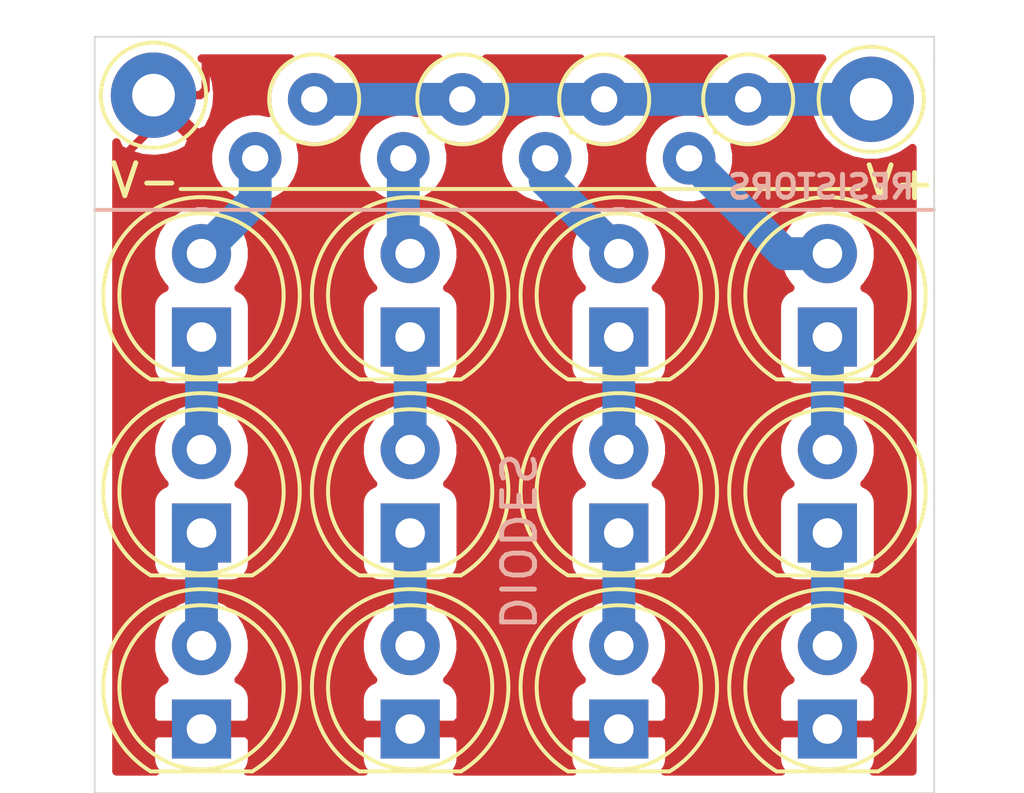
<source format=kicad_pcb>
(kicad_pcb (version 20171130) (host pcbnew "(5.1.6)-1")

  (general
    (thickness 1.6)
    (drawings 12)
    (tracks 24)
    (zones 0)
    (modules 18)
    (nets 15)
  )

  (page A4)
  (layers
    (0 F.Cu signal)
    (31 B.Cu signal)
    (32 B.Adhes user)
    (33 F.Adhes user)
    (34 B.Paste user)
    (35 F.Paste user)
    (36 B.SilkS user)
    (37 F.SilkS user)
    (38 B.Mask user)
    (39 F.Mask user)
    (40 Dwgs.User user)
    (41 Cmts.User user)
    (42 Eco1.User user)
    (43 Eco2.User user)
    (44 Edge.Cuts user)
    (45 Margin user)
    (46 B.CrtYd user)
    (47 F.CrtYd user)
    (48 B.Fab user)
    (49 F.Fab user)
  )

  (setup
    (last_trace_width 0.25)
    (trace_clearance 0.2)
    (zone_clearance 0.508)
    (zone_45_only no)
    (trace_min 0.2)
    (via_size 0.8)
    (via_drill 0.4)
    (via_min_size 0.4)
    (via_min_drill 0.3)
    (uvia_size 0.3)
    (uvia_drill 0.1)
    (uvias_allowed no)
    (uvia_min_size 0.2)
    (uvia_min_drill 0.1)
    (edge_width 0.05)
    (segment_width 0.2)
    (pcb_text_width 0.3)
    (pcb_text_size 1.5 1.5)
    (mod_edge_width 0.12)
    (mod_text_size 1 1)
    (mod_text_width 0.15)
    (pad_size 1.6 1.6)
    (pad_drill 0.8)
    (pad_to_mask_clearance 0.05)
    (aux_axis_origin 0 0)
    (visible_elements FFFFFF7F)
    (pcbplotparams
      (layerselection 0x010f0_ffffffff)
      (usegerberextensions false)
      (usegerberattributes false)
      (usegerberadvancedattributes false)
      (creategerberjobfile false)
      (excludeedgelayer true)
      (linewidth 0.100000)
      (plotframeref false)
      (viasonmask false)
      (mode 1)
      (useauxorigin false)
      (hpglpennumber 1)
      (hpglpenspeed 20)
      (hpglpendiameter 15.000000)
      (psnegative false)
      (psa4output false)
      (plotreference true)
      (plotvalue false)
      (plotinvisibletext false)
      (padsonsilk false)
      (subtractmaskfromsilk false)
      (outputformat 1)
      (mirror false)
      (drillshape 0)
      (scaleselection 1)
      (outputdirectory "gerber/"))
  )

  (net 0 "")
  (net 1 "Net-(D101-Pad2)")
  (net 2 "Net-(D101-Pad1)")
  (net 3 "Net-(D102-Pad1)")
  (net 4 "Net-(D104-Pad2)")
  (net 5 "Net-(D104-Pad1)")
  (net 6 "Net-(D105-Pad1)")
  (net 7 "Net-(D107-Pad2)")
  (net 8 "Net-(D107-Pad1)")
  (net 9 "Net-(D108-Pad1)")
  (net 10 "Net-(D110-Pad2)")
  (net 11 "Net-(D110-Pad1)")
  (net 12 "Net-(D111-Pad1)")
  (net 13 /V-)
  (net 14 /V+)

  (net_class Default "This is the default net class."
    (clearance 0.2)
    (trace_width 0.25)
    (via_dia 0.8)
    (via_drill 0.4)
    (uvia_dia 0.3)
    (uvia_drill 0.1)
    (add_net /V+)
    (add_net /V-)
    (add_net "Net-(D101-Pad1)")
    (add_net "Net-(D101-Pad2)")
    (add_net "Net-(D102-Pad1)")
    (add_net "Net-(D104-Pad1)")
    (add_net "Net-(D104-Pad2)")
    (add_net "Net-(D105-Pad1)")
    (add_net "Net-(D107-Pad1)")
    (add_net "Net-(D107-Pad2)")
    (add_net "Net-(D108-Pad1)")
    (add_net "Net-(D110-Pad1)")
    (add_net "Net-(D110-Pad2)")
    (add_net "Net-(D111-Pad1)")
  )

  (module Connector_Pin:Pin_D1.3mm_L11.0mm (layer F.Cu) (tedit 5A1DC085) (tstamp 603D04AC)
    (at 89.2175 25.908)
    (descr "solder Pin_ diameter 1.3mm, hole diameter 1.3mm, length 11.0mm")
    (tags "solder Pin_ pressfit")
    (path /604505EF)
    (fp_text reference J102 (at 0 2.4) (layer F.SilkS) hide
      (effects (font (size 1 1) (thickness 0.15)))
    )
    (fp_text value Conn_01x01 (at 0 -2.05) (layer F.Fab)
      (effects (font (size 1 1) (thickness 0.15)))
    )
    (fp_text user %R (at 0 2.4) (layer F.Fab)
      (effects (font (size 1 1) (thickness 0.15)))
    )
    (fp_circle (center 0 0) (end 1.8 0) (layer F.CrtYd) (width 0.05))
    (fp_circle (center 0 0) (end 0.65 -0.05) (layer F.Fab) (width 0.12))
    (fp_circle (center 0 0) (end 1.25 -0.05) (layer F.Fab) (width 0.12))
    (fp_circle (center 0 0) (end 1.6 0.05) (layer F.SilkS) (width 0.12))
    (pad 1 thru_hole circle (at 0 0) (size 2.6 2.6) (drill 1.3) (layers *.Cu *.Mask)
      (net 13 /V-))
    (model ${KISYS3DMOD}/Connector_Pin.3dshapes/Pin_D1.3mm_L11.0mm.wrl
      (at (xyz 0 0 0))
      (scale (xyz 1 1 1))
      (rotate (xyz 0 0 0))
    )
  )

  (module Connector_Pin:Pin_D1.3mm_L11.0mm (layer F.Cu) (tedit 5A1DC085) (tstamp 603D04A2)
    (at 111.0615 26.035)
    (descr "solder Pin_ diameter 1.3mm, hole diameter 1.3mm, length 11.0mm")
    (tags "solder Pin_ pressfit")
    (path /6044E74C)
    (fp_text reference J101 (at -0.0635 -2.7305) (layer F.SilkS) hide
      (effects (font (size 1 1) (thickness 0.15)))
    )
    (fp_text value Conn_01x01 (at 0 -2.05) (layer F.Fab)
      (effects (font (size 1 1) (thickness 0.15)))
    )
    (fp_text user %R (at 0 2.4) (layer F.Fab)
      (effects (font (size 1 1) (thickness 0.15)))
    )
    (fp_circle (center 0 0) (end 1.8 0) (layer F.CrtYd) (width 0.05))
    (fp_circle (center 0 0) (end 0.65 -0.05) (layer F.Fab) (width 0.12))
    (fp_circle (center 0 0) (end 1.25 -0.05) (layer F.Fab) (width 0.12))
    (fp_circle (center 0 0) (end 1.6 0.05) (layer F.SilkS) (width 0.12))
    (pad 1 thru_hole circle (at 0 0) (size 2.6 2.6) (drill 1.3) (layers *.Cu *.Mask)
      (net 14 /V+))
    (model ${KISYS3DMOD}/Connector_Pin.3dshapes/Pin_D1.3mm_L11.0mm.wrl
      (at (xyz 0 0 0))
      (scale (xyz 1 1 1))
      (rotate (xyz 0 0 0))
    )
  )

  (module Resistor_THT:R_Axial_DIN0207_L6.3mm_D2.5mm_P2.54mm_Vertical (layer F.Cu) (tedit 5AE5139B) (tstamp 603CEA2E)
    (at 107.315 26.035 225)
    (descr "Resistor, Axial_DIN0207 series, Axial, Vertical, pin pitch=2.54mm, 0.25W = 1/4W, length*diameter=6.3*2.5mm^2, http://cdn-reichelt.de/documents/datenblatt/B400/1_4W%23YAG.pdf")
    (tags "Resistor Axial_DIN0207 series Axial Vertical pin pitch 2.54mm 0.25W = 1/4W length 6.3mm diameter 2.5mm")
    (path /60413DCE)
    (fp_text reference R104 (at 1.8415 2.159 45) (layer F.SilkS) hide
      (effects (font (size 1 1) (thickness 0.15)))
    )
    (fp_text value 56 (at -2.0955 -0.5715 135) (layer F.Fab)
      (effects (font (size 1 1) (thickness 0.15)))
    )
    (fp_text user %R (at 1.8415 2.159 45) (layer F.Fab)
      (effects (font (size 1 1) (thickness 0.15)))
    )
    (fp_circle (center 0 0) (end 1.25 0) (layer F.Fab) (width 0.1))
    (fp_circle (center 0 0) (end 1.37 0) (layer F.SilkS) (width 0.12))
    (fp_line (start 0 0) (end 2.54 0) (layer F.Fab) (width 0.1))
    (fp_line (start 1.37 0) (end 1.44 0) (layer F.SilkS) (width 0.12))
    (fp_line (start -1.5 -1.5) (end -1.5 1.5) (layer F.CrtYd) (width 0.05))
    (fp_line (start -1.5 1.5) (end 3.59 1.5) (layer F.CrtYd) (width 0.05))
    (fp_line (start 3.59 1.5) (end 3.59 -1.5) (layer F.CrtYd) (width 0.05))
    (fp_line (start 3.59 -1.5) (end -1.5 -1.5) (layer F.CrtYd) (width 0.05))
    (pad 2 thru_hole oval (at 2.54 0 225) (size 1.6 1.6) (drill 0.8) (layers *.Cu *.Mask)
      (net 10 "Net-(D110-Pad2)"))
    (pad 1 thru_hole circle (at 0 0 225) (size 1.6 1.6) (drill 0.8) (layers *.Cu *.Mask)
      (net 14 /V+))
    (model ${KISYS3DMOD}/Resistor_THT.3dshapes/R_Axial_DIN0207_L6.3mm_D2.5mm_P2.54mm_Vertical.wrl
      (at (xyz 0 0 0))
      (scale (xyz 1 1 1))
      (rotate (xyz 0 0 0))
    )
  )

  (module Resistor_THT:R_Axial_DIN0207_L6.3mm_D2.5mm_P2.54mm_Vertical (layer F.Cu) (tedit 5AE5139B) (tstamp 603CEA1F)
    (at 102.9335 26.035 225)
    (descr "Resistor, Axial_DIN0207 series, Axial, Vertical, pin pitch=2.54mm, 0.25W = 1/4W, length*diameter=6.3*2.5mm^2, http://cdn-reichelt.de/documents/datenblatt/B400/1_4W%23YAG.pdf")
    (tags "Resistor Axial_DIN0207 series Axial Vertical pin pitch 2.54mm 0.25W = 1/4W length 6.3mm diameter 2.5mm")
    (path /60402250)
    (fp_text reference R103 (at 1.8415 2.0955 45) (layer F.SilkS) hide
      (effects (font (size 1 1) (thickness 0.15)))
    )
    (fp_text value 56 (at -2.159 -0.5715 135) (layer F.Fab)
      (effects (font (size 1 1) (thickness 0.15)))
    )
    (fp_text user %R (at 1.8415 2.0955 45) (layer F.Fab)
      (effects (font (size 1 1) (thickness 0.15)))
    )
    (fp_circle (center 0 0) (end 1.25 0) (layer F.Fab) (width 0.1))
    (fp_circle (center 0 0) (end 1.37 0) (layer F.SilkS) (width 0.12))
    (fp_line (start 0 0) (end 2.54 0) (layer F.Fab) (width 0.1))
    (fp_line (start 1.37 0) (end 1.44 0) (layer F.SilkS) (width 0.12))
    (fp_line (start -1.5 -1.5) (end -1.5 1.5) (layer F.CrtYd) (width 0.05))
    (fp_line (start -1.5 1.5) (end 3.59 1.5) (layer F.CrtYd) (width 0.05))
    (fp_line (start 3.59 1.5) (end 3.59 -1.5) (layer F.CrtYd) (width 0.05))
    (fp_line (start 3.59 -1.5) (end -1.5 -1.5) (layer F.CrtYd) (width 0.05))
    (pad 2 thru_hole oval (at 2.54 0 225) (size 1.6 1.6) (drill 0.8) (layers *.Cu *.Mask)
      (net 7 "Net-(D107-Pad2)"))
    (pad 1 thru_hole circle (at 0 0 225) (size 1.6 1.6) (drill 0.8) (layers *.Cu *.Mask)
      (net 14 /V+))
    (model ${KISYS3DMOD}/Resistor_THT.3dshapes/R_Axial_DIN0207_L6.3mm_D2.5mm_P2.54mm_Vertical.wrl
      (at (xyz 0 0 0))
      (scale (xyz 1 1 1))
      (rotate (xyz 0 0 0))
    )
  )

  (module Resistor_THT:R_Axial_DIN0207_L6.3mm_D2.5mm_P2.54mm_Vertical (layer F.Cu) (tedit 5AE5139B) (tstamp 603CEA10)
    (at 98.6155 26.035 225)
    (descr "Resistor, Axial_DIN0207 series, Axial, Vertical, pin pitch=2.54mm, 0.25W = 1/4W, length*diameter=6.3*2.5mm^2, http://cdn-reichelt.de/documents/datenblatt/B400/1_4W%23YAG.pdf")
    (tags "Resistor Axial_DIN0207 series Axial Vertical pin pitch 2.54mm 0.25W = 1/4W length 6.3mm diameter 2.5mm")
    (path /60401E30)
    (fp_text reference R102 (at 1.905 2.0955 45) (layer F.SilkS) hide
      (effects (font (size 1 1) (thickness 0.15)))
    )
    (fp_text value 56 (at -2.0955 -0.508 135) (layer F.Fab)
      (effects (font (size 1 1) (thickness 0.15)))
    )
    (fp_text user %R (at 1.905 2.0955 45) (layer F.Fab)
      (effects (font (size 1 1) (thickness 0.15)))
    )
    (fp_circle (center 0 0) (end 1.25 0) (layer F.Fab) (width 0.1))
    (fp_circle (center 0 0) (end 1.37 0) (layer F.SilkS) (width 0.12))
    (fp_line (start 0 0) (end 2.54 0) (layer F.Fab) (width 0.1))
    (fp_line (start 1.37 0) (end 1.44 0) (layer F.SilkS) (width 0.12))
    (fp_line (start -1.5 -1.5) (end -1.5 1.5) (layer F.CrtYd) (width 0.05))
    (fp_line (start -1.5 1.5) (end 3.59 1.5) (layer F.CrtYd) (width 0.05))
    (fp_line (start 3.59 1.5) (end 3.59 -1.5) (layer F.CrtYd) (width 0.05))
    (fp_line (start 3.59 -1.5) (end -1.5 -1.5) (layer F.CrtYd) (width 0.05))
    (pad 2 thru_hole oval (at 2.54 0 225) (size 1.6 1.6) (drill 0.8) (layers *.Cu *.Mask)
      (net 4 "Net-(D104-Pad2)"))
    (pad 1 thru_hole circle (at 0 0 225) (size 1.6 1.6) (drill 0.8) (layers *.Cu *.Mask)
      (net 14 /V+))
    (model ${KISYS3DMOD}/Resistor_THT.3dshapes/R_Axial_DIN0207_L6.3mm_D2.5mm_P2.54mm_Vertical.wrl
      (at (xyz 0 0 0))
      (scale (xyz 1 1 1))
      (rotate (xyz 0 0 0))
    )
  )

  (module Resistor_THT:R_Axial_DIN0207_L6.3mm_D2.5mm_P2.54mm_Vertical (layer F.Cu) (tedit 603BC4D5) (tstamp 603CEA01)
    (at 94.107 26.035 225)
    (descr "Resistor, Axial_DIN0207 series, Axial, Vertical, pin pitch=2.54mm, 0.25W = 1/4W, length*diameter=6.3*2.5mm^2, http://cdn-reichelt.de/documents/datenblatt/B400/1_4W%23YAG.pdf")
    (tags "Resistor Axial_DIN0207 series Axial Vertical pin pitch 2.54mm 0.25W = 1/4W length 6.3mm diameter 2.5mm")
    (path /60401641)
    (fp_text reference R101 (at 1.8415 2.0955 45) (layer F.SilkS) hide
      (effects (font (size 1 1) (thickness 0.15)))
    )
    (fp_text value 56 (at -2.0955 -0.508 135) (layer F.Fab)
      (effects (font (size 1 1) (thickness 0.15)))
    )
    (fp_text user %R (at 1.8415 2.0955 45) (layer F.Fab)
      (effects (font (size 1 1) (thickness 0.15)))
    )
    (fp_circle (center 0 0) (end 1.25 0) (layer F.Fab) (width 0.1))
    (fp_circle (center 0 0) (end 1.37 0) (layer F.SilkS) (width 0.12))
    (fp_line (start 0 0) (end 2.54 0) (layer F.Fab) (width 0.1))
    (fp_line (start 1.37 0) (end 1.44 0) (layer F.SilkS) (width 0.12))
    (fp_line (start -1.5 -1.5) (end -1.5 1.5) (layer F.CrtYd) (width 0.05))
    (fp_line (start -1.5 1.5) (end 3.59 1.5) (layer F.CrtYd) (width 0.05))
    (fp_line (start 3.59 1.5) (end 3.59 -1.5) (layer F.CrtYd) (width 0.05))
    (fp_line (start 3.59 -1.5) (end -1.5 -1.5) (layer F.CrtYd) (width 0.05))
    (pad 2 thru_hole oval (at 2.54 0 225) (size 1.6 1.6) (drill 0.8) (layers *.Cu *.Mask)
      (net 1 "Net-(D101-Pad2)"))
    (pad 1 thru_hole circle (at 0 0 270) (size 1.6 1.6) (drill 0.8) (layers *.Cu *.Mask)
      (net 14 /V+))
    (model ${KISYS3DMOD}/Resistor_THT.3dshapes/R_Axial_DIN0207_L6.3mm_D2.5mm_P2.54mm_Vertical.wrl
      (at (xyz 0 0 0))
      (scale (xyz 1 1 1))
      (rotate (xyz 0 0 0))
    )
  )

  (module LED_THT:LED_D5.0mm_Clear (layer F.Cu) (tedit 5A6C9BC0) (tstamp 603CE9DC)
    (at 109.728 45.212 90)
    (descr "LED, diameter 5.0mm, 2 pins, http://cdn-reichelt.de/documents/datenblatt/A500/LL-504BC2E-009.pdf")
    (tags "LED diameter 5.0mm 2 pins")
    (path /60413DC8)
    (fp_text reference D112 (at 1.2065 -1.9455 270) (layer B.SilkS) hide
      (effects (font (size 1 1) (thickness 0.15)) (justify mirror))
    )
    (fp_text value LED (at 1.27 3.96 90) (layer F.Fab)
      (effects (font (size 1 1) (thickness 0.15)))
    )
    (fp_arc (start 1.27 0) (end -1.29 1.54483) (angle -148.9) (layer F.SilkS) (width 0.12))
    (fp_arc (start 1.27 0) (end -1.29 -1.54483) (angle 148.9) (layer F.SilkS) (width 0.12))
    (fp_arc (start 1.27 0) (end -1.23 -1.469694) (angle 299.1) (layer F.Fab) (width 0.1))
    (fp_text user %R (at 1.25 0 90) (layer F.Fab)
      (effects (font (size 0.8 0.8) (thickness 0.2)))
    )
    (fp_line (start -1.23 -1.469694) (end -1.23 1.469694) (layer F.Fab) (width 0.1))
    (fp_line (start -1.29 -1.545) (end -1.29 1.545) (layer F.SilkS) (width 0.12))
    (fp_line (start -1.95 -3.25) (end -1.95 3.25) (layer F.CrtYd) (width 0.05))
    (fp_line (start -1.95 3.25) (end 4.5 3.25) (layer F.CrtYd) (width 0.05))
    (fp_line (start 4.5 3.25) (end 4.5 -3.25) (layer F.CrtYd) (width 0.05))
    (fp_line (start 4.5 -3.25) (end -1.95 -3.25) (layer F.CrtYd) (width 0.05))
    (fp_circle (center 1.27 0) (end 3.77 0) (layer F.Fab) (width 0.1))
    (fp_circle (center 1.27 0) (end 3.77 0) (layer F.SilkS) (width 0.12))
    (pad 2 thru_hole circle (at 2.54 0 90) (size 1.8 1.8) (drill 0.9) (layers *.Cu *.Mask)
      (net 12 "Net-(D111-Pad1)"))
    (pad 1 thru_hole rect (at 0 0 90) (size 1.8 1.8) (drill 0.9) (layers *.Cu *.Mask)
      (net 13 /V-))
    (model ${KISYS3DMOD}/LED_THT.3dshapes/LED_D5.0mm_Clear.wrl
      (at (xyz 0 0 0))
      (scale (xyz 1 1 1))
      (rotate (xyz 0 0 0))
    )
  )

  (module LED_THT:LED_D5.0mm_Clear (layer F.Cu) (tedit 5A6C9BC0) (tstamp 603CE9CA)
    (at 109.728 39.243 90)
    (descr "LED, diameter 5.0mm, 2 pins, http://cdn-reichelt.de/documents/datenblatt/A500/LL-504BC2E-009.pdf")
    (tags "LED diameter 5.0mm 2 pins")
    (path /60413DC2)
    (fp_text reference D111 (at 1.2065 -1.9455 270) (layer B.SilkS) hide
      (effects (font (size 1 1) (thickness 0.15)) (justify mirror))
    )
    (fp_text value LED (at 1.27 3.96 90) (layer F.Fab)
      (effects (font (size 1 1) (thickness 0.15)))
    )
    (fp_arc (start 1.27 0) (end -1.29 1.54483) (angle -148.9) (layer F.SilkS) (width 0.12))
    (fp_arc (start 1.27 0) (end -1.29 -1.54483) (angle 148.9) (layer F.SilkS) (width 0.12))
    (fp_arc (start 1.27 0) (end -1.23 -1.469694) (angle 299.1) (layer F.Fab) (width 0.1))
    (fp_text user %R (at 1.25 0 90) (layer F.Fab)
      (effects (font (size 0.8 0.8) (thickness 0.2)))
    )
    (fp_line (start -1.23 -1.469694) (end -1.23 1.469694) (layer F.Fab) (width 0.1))
    (fp_line (start -1.29 -1.545) (end -1.29 1.545) (layer F.SilkS) (width 0.12))
    (fp_line (start -1.95 -3.25) (end -1.95 3.25) (layer F.CrtYd) (width 0.05))
    (fp_line (start -1.95 3.25) (end 4.5 3.25) (layer F.CrtYd) (width 0.05))
    (fp_line (start 4.5 3.25) (end 4.5 -3.25) (layer F.CrtYd) (width 0.05))
    (fp_line (start 4.5 -3.25) (end -1.95 -3.25) (layer F.CrtYd) (width 0.05))
    (fp_circle (center 1.27 0) (end 3.77 0) (layer F.Fab) (width 0.1))
    (fp_circle (center 1.27 0) (end 3.77 0) (layer F.SilkS) (width 0.12))
    (pad 2 thru_hole circle (at 2.54 0 90) (size 1.8 1.8) (drill 0.9) (layers *.Cu *.Mask)
      (net 11 "Net-(D110-Pad1)"))
    (pad 1 thru_hole rect (at 0 0 90) (size 1.8 1.8) (drill 0.9) (layers *.Cu *.Mask)
      (net 12 "Net-(D111-Pad1)"))
    (model ${KISYS3DMOD}/LED_THT.3dshapes/LED_D5.0mm_Clear.wrl
      (at (xyz 0 0 0))
      (scale (xyz 1 1 1))
      (rotate (xyz 0 0 0))
    )
  )

  (module LED_THT:LED_D5.0mm_Clear (layer F.Cu) (tedit 5A6C9BC0) (tstamp 603CE9B8)
    (at 109.728 33.274 90)
    (descr "LED, diameter 5.0mm, 2 pins, http://cdn-reichelt.de/documents/datenblatt/A500/LL-504BC2E-009.pdf")
    (tags "LED diameter 5.0mm 2 pins")
    (path /60413DBC)
    (fp_text reference D110 (at 1.2065 -1.905 270) (layer B.SilkS) hide
      (effects (font (size 1 1) (thickness 0.15)) (justify mirror))
    )
    (fp_text value LED (at 1.27 3.96 90) (layer F.Fab)
      (effects (font (size 1 1) (thickness 0.15)))
    )
    (fp_arc (start 1.27 0) (end -1.29 1.54483) (angle -148.9) (layer F.SilkS) (width 0.12))
    (fp_arc (start 1.27 0) (end -1.29 -1.54483) (angle 148.9) (layer F.SilkS) (width 0.12))
    (fp_arc (start 1.27 0) (end -1.23 -1.469694) (angle 299.1) (layer F.Fab) (width 0.1))
    (fp_text user %R (at 1.25 0 90) (layer F.Fab)
      (effects (font (size 0.8 0.8) (thickness 0.2)))
    )
    (fp_line (start -1.23 -1.469694) (end -1.23 1.469694) (layer F.Fab) (width 0.1))
    (fp_line (start -1.29 -1.545) (end -1.29 1.545) (layer F.SilkS) (width 0.12))
    (fp_line (start -1.95 -3.25) (end -1.95 3.25) (layer F.CrtYd) (width 0.05))
    (fp_line (start -1.95 3.25) (end 4.5 3.25) (layer F.CrtYd) (width 0.05))
    (fp_line (start 4.5 3.25) (end 4.5 -3.25) (layer F.CrtYd) (width 0.05))
    (fp_line (start 4.5 -3.25) (end -1.95 -3.25) (layer F.CrtYd) (width 0.05))
    (fp_circle (center 1.27 0) (end 3.77 0) (layer F.Fab) (width 0.1))
    (fp_circle (center 1.27 0) (end 3.77 0) (layer F.SilkS) (width 0.12))
    (pad 2 thru_hole circle (at 2.54 0 90) (size 1.8 1.8) (drill 0.9) (layers *.Cu *.Mask)
      (net 10 "Net-(D110-Pad2)"))
    (pad 1 thru_hole rect (at 0 0 90) (size 1.8 1.8) (drill 0.9) (layers *.Cu *.Mask)
      (net 11 "Net-(D110-Pad1)"))
    (model ${KISYS3DMOD}/LED_THT.3dshapes/LED_D5.0mm_Clear.wrl
      (at (xyz 0 0 0))
      (scale (xyz 1 1 1))
      (rotate (xyz 0 0 0))
    )
  )

  (module LED_THT:LED_D5.0mm_Clear (layer F.Cu) (tedit 5A6C9BC0) (tstamp 603CE9A6)
    (at 103.378 45.212 90)
    (descr "LED, diameter 5.0mm, 2 pins, http://cdn-reichelt.de/documents/datenblatt/A500/LL-504BC2E-009.pdf")
    (tags "LED diameter 5.0mm 2 pins")
    (path /60401363)
    (fp_text reference D109 (at 1.2065 -1.882 270) (layer B.SilkS) hide
      (effects (font (size 1 1) (thickness 0.15)) (justify mirror))
    )
    (fp_text value LED (at 1.27 3.96 90) (layer F.Fab)
      (effects (font (size 1 1) (thickness 0.15)))
    )
    (fp_arc (start 1.27 0) (end -1.29 1.54483) (angle -148.9) (layer F.SilkS) (width 0.12))
    (fp_arc (start 1.27 0) (end -1.29 -1.54483) (angle 148.9) (layer F.SilkS) (width 0.12))
    (fp_arc (start 1.27 0) (end -1.23 -1.469694) (angle 299.1) (layer F.Fab) (width 0.1))
    (fp_text user %R (at 1.25 0 90) (layer F.Fab)
      (effects (font (size 0.8 0.8) (thickness 0.2)))
    )
    (fp_line (start -1.23 -1.469694) (end -1.23 1.469694) (layer F.Fab) (width 0.1))
    (fp_line (start -1.29 -1.545) (end -1.29 1.545) (layer F.SilkS) (width 0.12))
    (fp_line (start -1.95 -3.25) (end -1.95 3.25) (layer F.CrtYd) (width 0.05))
    (fp_line (start -1.95 3.25) (end 4.5 3.25) (layer F.CrtYd) (width 0.05))
    (fp_line (start 4.5 3.25) (end 4.5 -3.25) (layer F.CrtYd) (width 0.05))
    (fp_line (start 4.5 -3.25) (end -1.95 -3.25) (layer F.CrtYd) (width 0.05))
    (fp_circle (center 1.27 0) (end 3.77 0) (layer F.Fab) (width 0.1))
    (fp_circle (center 1.27 0) (end 3.77 0) (layer F.SilkS) (width 0.12))
    (pad 2 thru_hole circle (at 2.54 0 90) (size 1.8 1.8) (drill 0.9) (layers *.Cu *.Mask)
      (net 9 "Net-(D108-Pad1)"))
    (pad 1 thru_hole rect (at 0 0 90) (size 1.8 1.8) (drill 0.9) (layers *.Cu *.Mask)
      (net 13 /V-))
    (model ${KISYS3DMOD}/LED_THT.3dshapes/LED_D5.0mm_Clear.wrl
      (at (xyz 0 0 0))
      (scale (xyz 1 1 1))
      (rotate (xyz 0 0 0))
    )
  )

  (module LED_THT:LED_D5.0mm_Clear (layer F.Cu) (tedit 5A6C9BC0) (tstamp 603CE994)
    (at 103.378 39.243 90)
    (descr "LED, diameter 5.0mm, 2 pins, http://cdn-reichelt.de/documents/datenblatt/A500/LL-504BC2E-009.pdf")
    (tags "LED diameter 5.0mm 2 pins")
    (path /6040135D)
    (fp_text reference D108 (at 1.2065 -1.882 270) (layer B.SilkS) hide
      (effects (font (size 1 1) (thickness 0.15)) (justify mirror))
    )
    (fp_text value LED (at 1.27 3.96 90) (layer F.Fab)
      (effects (font (size 1 1) (thickness 0.15)))
    )
    (fp_arc (start 1.27 0) (end -1.29 1.54483) (angle -148.9) (layer F.SilkS) (width 0.12))
    (fp_arc (start 1.27 0) (end -1.29 -1.54483) (angle 148.9) (layer F.SilkS) (width 0.12))
    (fp_arc (start 1.27 0) (end -1.23 -1.469694) (angle 299.1) (layer F.Fab) (width 0.1))
    (fp_text user %R (at 1.25 0 90) (layer F.Fab)
      (effects (font (size 0.8 0.8) (thickness 0.2)))
    )
    (fp_line (start -1.23 -1.469694) (end -1.23 1.469694) (layer F.Fab) (width 0.1))
    (fp_line (start -1.29 -1.545) (end -1.29 1.545) (layer F.SilkS) (width 0.12))
    (fp_line (start -1.95 -3.25) (end -1.95 3.25) (layer F.CrtYd) (width 0.05))
    (fp_line (start -1.95 3.25) (end 4.5 3.25) (layer F.CrtYd) (width 0.05))
    (fp_line (start 4.5 3.25) (end 4.5 -3.25) (layer F.CrtYd) (width 0.05))
    (fp_line (start 4.5 -3.25) (end -1.95 -3.25) (layer F.CrtYd) (width 0.05))
    (fp_circle (center 1.27 0) (end 3.77 0) (layer F.Fab) (width 0.1))
    (fp_circle (center 1.27 0) (end 3.77 0) (layer F.SilkS) (width 0.12))
    (pad 2 thru_hole circle (at 2.54 0 90) (size 1.8 1.8) (drill 0.9) (layers *.Cu *.Mask)
      (net 8 "Net-(D107-Pad1)"))
    (pad 1 thru_hole rect (at 0 0 90) (size 1.8 1.8) (drill 0.9) (layers *.Cu *.Mask)
      (net 9 "Net-(D108-Pad1)"))
    (model ${KISYS3DMOD}/LED_THT.3dshapes/LED_D5.0mm_Clear.wrl
      (at (xyz 0 0 0))
      (scale (xyz 1 1 1))
      (rotate (xyz 0 0 0))
    )
  )

  (module LED_THT:LED_D5.0mm_Clear (layer F.Cu) (tedit 5A6C9BC0) (tstamp 603CE982)
    (at 103.378 33.274 90)
    (descr "LED, diameter 5.0mm, 2 pins, http://cdn-reichelt.de/documents/datenblatt/A500/LL-504BC2E-009.pdf")
    (tags "LED diameter 5.0mm 2 pins")
    (path /60401357)
    (fp_text reference D107 (at 1.2065 -1.882 270) (layer B.SilkS) hide
      (effects (font (size 1 1) (thickness 0.15)) (justify mirror))
    )
    (fp_text value LED (at 1.27 3.96 90) (layer F.Fab)
      (effects (font (size 1 1) (thickness 0.15)))
    )
    (fp_arc (start 1.27 0) (end -1.29 1.54483) (angle -148.9) (layer F.SilkS) (width 0.12))
    (fp_arc (start 1.27 0) (end -1.29 -1.54483) (angle 148.9) (layer F.SilkS) (width 0.12))
    (fp_arc (start 1.27 0) (end -1.23 -1.469694) (angle 299.1) (layer F.Fab) (width 0.1))
    (fp_text user %R (at 1.25 0 90) (layer F.Fab)
      (effects (font (size 0.8 0.8) (thickness 0.2)))
    )
    (fp_line (start -1.23 -1.469694) (end -1.23 1.469694) (layer F.Fab) (width 0.1))
    (fp_line (start -1.29 -1.545) (end -1.29 1.545) (layer F.SilkS) (width 0.12))
    (fp_line (start -1.95 -3.25) (end -1.95 3.25) (layer F.CrtYd) (width 0.05))
    (fp_line (start -1.95 3.25) (end 4.5 3.25) (layer F.CrtYd) (width 0.05))
    (fp_line (start 4.5 3.25) (end 4.5 -3.25) (layer F.CrtYd) (width 0.05))
    (fp_line (start 4.5 -3.25) (end -1.95 -3.25) (layer F.CrtYd) (width 0.05))
    (fp_circle (center 1.27 0) (end 3.77 0) (layer F.Fab) (width 0.1))
    (fp_circle (center 1.27 0) (end 3.77 0) (layer F.SilkS) (width 0.12))
    (pad 2 thru_hole circle (at 2.54 0 90) (size 1.8 1.8) (drill 0.9) (layers *.Cu *.Mask)
      (net 7 "Net-(D107-Pad2)"))
    (pad 1 thru_hole rect (at 0 0 90) (size 1.8 1.8) (drill 0.9) (layers *.Cu *.Mask)
      (net 8 "Net-(D107-Pad1)"))
    (model ${KISYS3DMOD}/LED_THT.3dshapes/LED_D5.0mm_Clear.wrl
      (at (xyz 0 0 0))
      (scale (xyz 1 1 1))
      (rotate (xyz 0 0 0))
    )
  )

  (module LED_THT:LED_D5.0mm_Clear (layer F.Cu) (tedit 5A6C9BC0) (tstamp 603CF853)
    (at 97.028 45.212 90)
    (descr "LED, diameter 5.0mm, 2 pins, http://cdn-reichelt.de/documents/datenblatt/A500/LL-504BC2E-009.pdf")
    (tags "LED diameter 5.0mm 2 pins")
    (path /60400892)
    (fp_text reference D106 (at 1.2065 -1.755 270) (layer B.SilkS) hide
      (effects (font (size 1 1) (thickness 0.15)) (justify mirror))
    )
    (fp_text value LED (at 1.27 3.96 90) (layer F.Fab)
      (effects (font (size 1 1) (thickness 0.15)))
    )
    (fp_arc (start 1.27 0) (end -1.29 1.54483) (angle -148.9) (layer F.SilkS) (width 0.12))
    (fp_arc (start 1.27 0) (end -1.29 -1.54483) (angle 148.9) (layer F.SilkS) (width 0.12))
    (fp_arc (start 1.27 0) (end -1.23 -1.469694) (angle 299.1) (layer F.Fab) (width 0.1))
    (fp_text user %R (at 1.25 0 90) (layer F.Fab)
      (effects (font (size 0.8 0.8) (thickness 0.2)))
    )
    (fp_line (start -1.23 -1.469694) (end -1.23 1.469694) (layer F.Fab) (width 0.1))
    (fp_line (start -1.29 -1.545) (end -1.29 1.545) (layer F.SilkS) (width 0.12))
    (fp_line (start -1.95 -3.25) (end -1.95 3.25) (layer F.CrtYd) (width 0.05))
    (fp_line (start -1.95 3.25) (end 4.5 3.25) (layer F.CrtYd) (width 0.05))
    (fp_line (start 4.5 3.25) (end 4.5 -3.25) (layer F.CrtYd) (width 0.05))
    (fp_line (start 4.5 -3.25) (end -1.95 -3.25) (layer F.CrtYd) (width 0.05))
    (fp_circle (center 1.27 0) (end 3.77 0) (layer F.Fab) (width 0.1))
    (fp_circle (center 1.27 0) (end 3.77 0) (layer F.SilkS) (width 0.12))
    (pad 2 thru_hole circle (at 2.54 0 90) (size 1.8 1.8) (drill 0.9) (layers *.Cu *.Mask)
      (net 6 "Net-(D105-Pad1)"))
    (pad 1 thru_hole rect (at 0 0 90) (size 1.8 1.8) (drill 0.9) (layers *.Cu *.Mask)
      (net 13 /V-))
    (model ${KISYS3DMOD}/LED_THT.3dshapes/LED_D5.0mm_Clear.wrl
      (at (xyz 0 0 0))
      (scale (xyz 1 1 1))
      (rotate (xyz 0 0 0))
    )
  )

  (module LED_THT:LED_D5.0mm_Clear (layer F.Cu) (tedit 5A6C9BC0) (tstamp 603CF886)
    (at 97.028 39.243 90)
    (descr "LED, diameter 5.0mm, 2 pins, http://cdn-reichelt.de/documents/datenblatt/A500/LL-504BC2E-009.pdf")
    (tags "LED diameter 5.0mm 2 pins")
    (path /6040088C)
    (fp_text reference D105 (at 1.2065 -1.7145 270) (layer B.SilkS) hide
      (effects (font (size 1 1) (thickness 0.15)) (justify mirror))
    )
    (fp_text value LED (at 1.27 3.96 90) (layer F.Fab)
      (effects (font (size 1 1) (thickness 0.15)))
    )
    (fp_arc (start 1.27 0) (end -1.29 1.54483) (angle -148.9) (layer F.SilkS) (width 0.12))
    (fp_arc (start 1.27 0) (end -1.29 -1.54483) (angle 148.9) (layer F.SilkS) (width 0.12))
    (fp_arc (start 1.27 0) (end -1.23 -1.469694) (angle 299.1) (layer F.Fab) (width 0.1))
    (fp_text user %R (at 1.25 0 90) (layer F.Fab)
      (effects (font (size 0.8 0.8) (thickness 0.2)))
    )
    (fp_line (start -1.23 -1.469694) (end -1.23 1.469694) (layer F.Fab) (width 0.1))
    (fp_line (start -1.29 -1.545) (end -1.29 1.545) (layer F.SilkS) (width 0.12))
    (fp_line (start -1.95 -3.25) (end -1.95 3.25) (layer F.CrtYd) (width 0.05))
    (fp_line (start -1.95 3.25) (end 4.5 3.25) (layer F.CrtYd) (width 0.05))
    (fp_line (start 4.5 3.25) (end 4.5 -3.25) (layer F.CrtYd) (width 0.05))
    (fp_line (start 4.5 -3.25) (end -1.95 -3.25) (layer F.CrtYd) (width 0.05))
    (fp_circle (center 1.27 0) (end 3.77 0) (layer F.Fab) (width 0.1))
    (fp_circle (center 1.27 0) (end 3.77 0) (layer F.SilkS) (width 0.12))
    (pad 2 thru_hole circle (at 2.54 0 90) (size 1.8 1.8) (drill 0.9) (layers *.Cu *.Mask)
      (net 5 "Net-(D104-Pad1)"))
    (pad 1 thru_hole rect (at 0 0 90) (size 1.8 1.8) (drill 0.9) (layers *.Cu *.Mask)
      (net 6 "Net-(D105-Pad1)"))
    (model ${KISYS3DMOD}/LED_THT.3dshapes/LED_D5.0mm_Clear.wrl
      (at (xyz 0 0 0))
      (scale (xyz 1 1 1))
      (rotate (xyz 0 0 0))
    )
  )

  (module LED_THT:LED_D5.0mm_Clear (layer F.Cu) (tedit 5A6C9BC0) (tstamp 603CF820)
    (at 97.028 33.274 90)
    (descr "LED, diameter 5.0mm, 2 pins, http://cdn-reichelt.de/documents/datenblatt/A500/LL-504BC2E-009.pdf")
    (tags "LED diameter 5.0mm 2 pins")
    (path /60400886)
    (fp_text reference D104 (at 1.2065 -1.905 270) (layer B.SilkS) hide
      (effects (font (size 1 1) (thickness 0.15)) (justify mirror))
    )
    (fp_text value LED (at 1.27 3.96 90) (layer F.Fab)
      (effects (font (size 1 1) (thickness 0.15)))
    )
    (fp_arc (start 1.27 0) (end -1.29 1.54483) (angle -148.9) (layer F.SilkS) (width 0.12))
    (fp_arc (start 1.27 0) (end -1.29 -1.54483) (angle 148.9) (layer F.SilkS) (width 0.12))
    (fp_arc (start 1.27 0) (end -1.23 -1.469694) (angle 299.1) (layer F.Fab) (width 0.1))
    (fp_text user %R (at 1.25 0 90) (layer F.Fab)
      (effects (font (size 0.8 0.8) (thickness 0.2)))
    )
    (fp_line (start -1.23 -1.469694) (end -1.23 1.469694) (layer F.Fab) (width 0.1))
    (fp_line (start -1.29 -1.545) (end -1.29 1.545) (layer F.SilkS) (width 0.12))
    (fp_line (start -1.95 -3.25) (end -1.95 3.25) (layer F.CrtYd) (width 0.05))
    (fp_line (start -1.95 3.25) (end 4.5 3.25) (layer F.CrtYd) (width 0.05))
    (fp_line (start 4.5 3.25) (end 4.5 -3.25) (layer F.CrtYd) (width 0.05))
    (fp_line (start 4.5 -3.25) (end -1.95 -3.25) (layer F.CrtYd) (width 0.05))
    (fp_circle (center 1.27 0) (end 3.77 0) (layer F.Fab) (width 0.1))
    (fp_circle (center 1.27 0) (end 3.77 0) (layer F.SilkS) (width 0.12))
    (pad 2 thru_hole circle (at 2.54 0 90) (size 1.8 1.8) (drill 0.9) (layers *.Cu *.Mask)
      (net 4 "Net-(D104-Pad2)"))
    (pad 1 thru_hole rect (at 0 0 90) (size 1.8 1.8) (drill 0.9) (layers *.Cu *.Mask)
      (net 5 "Net-(D104-Pad1)"))
    (model ${KISYS3DMOD}/LED_THT.3dshapes/LED_D5.0mm_Clear.wrl
      (at (xyz 0 0 0))
      (scale (xyz 1 1 1))
      (rotate (xyz 0 0 0))
    )
  )

  (module LED_THT:LED_D5.0mm_Clear (layer F.Cu) (tedit 5A6C9BC0) (tstamp 603CE93A)
    (at 90.678 45.212 90)
    (descr "LED, diameter 5.0mm, 2 pins, http://cdn-reichelt.de/documents/datenblatt/A500/LL-504BC2E-009.pdf")
    (tags "LED diameter 5.0mm 2 pins")
    (path /603FEE46)
    (fp_text reference D103 (at 1.2065 -2.0725 270) (layer B.SilkS) hide
      (effects (font (size 1 1) (thickness 0.15)) (justify mirror))
    )
    (fp_text value LED (at 1.27 3.96 90) (layer F.Fab)
      (effects (font (size 1 1) (thickness 0.15)))
    )
    (fp_arc (start 1.27 0) (end -1.29 1.54483) (angle -148.9) (layer F.SilkS) (width 0.12))
    (fp_arc (start 1.27 0) (end -1.29 -1.54483) (angle 148.9) (layer F.SilkS) (width 0.12))
    (fp_arc (start 1.27 0) (end -1.23 -1.469694) (angle 299.1) (layer F.Fab) (width 0.1))
    (fp_text user %R (at 1.25 0 90) (layer F.Fab)
      (effects (font (size 0.8 0.8) (thickness 0.2)))
    )
    (fp_line (start -1.23 -1.469694) (end -1.23 1.469694) (layer F.Fab) (width 0.1))
    (fp_line (start -1.29 -1.545) (end -1.29 1.545) (layer F.SilkS) (width 0.12))
    (fp_line (start -1.95 -3.25) (end -1.95 3.25) (layer F.CrtYd) (width 0.05))
    (fp_line (start -1.95 3.25) (end 4.5 3.25) (layer F.CrtYd) (width 0.05))
    (fp_line (start 4.5 3.25) (end 4.5 -3.25) (layer F.CrtYd) (width 0.05))
    (fp_line (start 4.5 -3.25) (end -1.95 -3.25) (layer F.CrtYd) (width 0.05))
    (fp_circle (center 1.27 0) (end 3.77 0) (layer F.Fab) (width 0.1))
    (fp_circle (center 1.27 0) (end 3.77 0) (layer F.SilkS) (width 0.12))
    (pad 2 thru_hole circle (at 2.54 0 90) (size 1.8 1.8) (drill 0.9) (layers *.Cu *.Mask)
      (net 3 "Net-(D102-Pad1)"))
    (pad 1 thru_hole rect (at 0 0 90) (size 1.8 1.8) (drill 0.9) (layers *.Cu *.Mask)
      (net 13 /V-))
    (model ${KISYS3DMOD}/LED_THT.3dshapes/LED_D5.0mm_Clear.wrl
      (at (xyz 0 0 0))
      (scale (xyz 1 1 1))
      (rotate (xyz 0 0 0))
    )
  )

  (module LED_THT:LED_D5.0mm_Clear (layer F.Cu) (tedit 5A6C9BC0) (tstamp 603CE928)
    (at 90.678 39.243 90)
    (descr "LED, diameter 5.0mm, 2 pins, http://cdn-reichelt.de/documents/datenblatt/A500/LL-504BC2E-009.pdf")
    (tags "LED diameter 5.0mm 2 pins")
    (path /603FE820)
    (fp_text reference D102 (at 1.2065 -2.0725 270) (layer B.SilkS) hide
      (effects (font (size 1 1) (thickness 0.15)) (justify mirror))
    )
    (fp_text value LED (at 1.27 3.96 90) (layer F.Fab)
      (effects (font (size 1 1) (thickness 0.15)))
    )
    (fp_arc (start 1.27 0) (end -1.29 1.54483) (angle -148.9) (layer F.SilkS) (width 0.12))
    (fp_arc (start 1.27 0) (end -1.29 -1.54483) (angle 148.9) (layer F.SilkS) (width 0.12))
    (fp_arc (start 1.27 0) (end -1.23 -1.469694) (angle 299.1) (layer F.Fab) (width 0.1))
    (fp_text user %R (at 1.25 0 90) (layer F.Fab)
      (effects (font (size 0.8 0.8) (thickness 0.2)))
    )
    (fp_line (start -1.23 -1.469694) (end -1.23 1.469694) (layer F.Fab) (width 0.1))
    (fp_line (start -1.29 -1.545) (end -1.29 1.545) (layer F.SilkS) (width 0.12))
    (fp_line (start -1.95 -3.25) (end -1.95 3.25) (layer F.CrtYd) (width 0.05))
    (fp_line (start -1.95 3.25) (end 4.5 3.25) (layer F.CrtYd) (width 0.05))
    (fp_line (start 4.5 3.25) (end 4.5 -3.25) (layer F.CrtYd) (width 0.05))
    (fp_line (start 4.5 -3.25) (end -1.95 -3.25) (layer F.CrtYd) (width 0.05))
    (fp_circle (center 1.27 0) (end 3.77 0) (layer F.Fab) (width 0.1))
    (fp_circle (center 1.27 0) (end 3.77 0) (layer F.SilkS) (width 0.12))
    (pad 2 thru_hole circle (at 2.54 0 90) (size 1.8 1.8) (drill 0.9) (layers *.Cu *.Mask)
      (net 2 "Net-(D101-Pad1)"))
    (pad 1 thru_hole rect (at 0 0 90) (size 1.8 1.8) (drill 0.9) (layers *.Cu *.Mask)
      (net 3 "Net-(D102-Pad1)"))
    (model ${KISYS3DMOD}/LED_THT.3dshapes/LED_D5.0mm_Clear.wrl
      (at (xyz 0 0 0))
      (scale (xyz 1 1 1))
      (rotate (xyz 0 0 0))
    )
  )

  (module LED_THT:LED_D5.0mm_Clear (layer F.Cu) (tedit 5A6C9BC0) (tstamp 603CE916)
    (at 90.678 33.274 90)
    (descr "LED, diameter 5.0mm, 2 pins, http://cdn-reichelt.de/documents/datenblatt/A500/LL-504BC2E-009.pdf")
    (tags "LED diameter 5.0mm 2 pins")
    (path /603FCF74)
    (fp_text reference D101 (at 1.2065 -1.905 270) (layer B.SilkS) hide
      (effects (font (size 1 1) (thickness 0.15)) (justify mirror))
    )
    (fp_text value LED (at 1.27 3.96 90) (layer F.Fab)
      (effects (font (size 1 1) (thickness 0.15)))
    )
    (fp_arc (start 1.27 0) (end -1.29 1.54483) (angle -148.9) (layer F.SilkS) (width 0.12))
    (fp_arc (start 1.27 0) (end -1.29 -1.54483) (angle 148.9) (layer F.SilkS) (width 0.12))
    (fp_arc (start 1.27 0) (end -1.23 -1.469694) (angle 299.1) (layer F.Fab) (width 0.1))
    (fp_text user %R (at 1.25 0 90) (layer F.Fab)
      (effects (font (size 0.8 0.8) (thickness 0.2)))
    )
    (fp_line (start -1.23 -1.469694) (end -1.23 1.469694) (layer F.Fab) (width 0.1))
    (fp_line (start -1.29 -1.545) (end -1.29 1.545) (layer F.SilkS) (width 0.12))
    (fp_line (start -1.95 -3.25) (end -1.95 3.25) (layer F.CrtYd) (width 0.05))
    (fp_line (start -1.95 3.25) (end 4.5 3.25) (layer F.CrtYd) (width 0.05))
    (fp_line (start 4.5 3.25) (end 4.5 -3.25) (layer F.CrtYd) (width 0.05))
    (fp_line (start 4.5 -3.25) (end -1.95 -3.25) (layer F.CrtYd) (width 0.05))
    (fp_circle (center 1.27 0) (end 3.77 0) (layer F.Fab) (width 0.1))
    (fp_circle (center 1.27 0) (end 3.77 0) (layer F.SilkS) (width 0.12))
    (pad 2 thru_hole circle (at 2.54 0 90) (size 1.8 1.8) (drill 0.9) (layers *.Cu *.Mask)
      (net 1 "Net-(D101-Pad2)"))
    (pad 1 thru_hole rect (at 0 0 90) (size 1.8 1.8) (drill 0.9) (layers *.Cu *.Mask)
      (net 2 "Net-(D101-Pad1)"))
    (model ${KISYS3DMOD}/LED_THT.3dshapes/LED_D5.0mm_Clear.wrl
      (at (xyz 0 0 0))
      (scale (xyz 1 1 1))
      (rotate (xyz 0 0 0))
    )
  )

  (gr_text RESISTORS (at 109.5375 28.702) (layer B.SilkS)
    (effects (font (size 0.7 0.7) (thickness 0.15)) (justify mirror))
  )
  (gr_line (start 87.4395 29.4005) (end 112.9665 29.4005) (layer B.SilkS) (width 0.12))
  (gr_text DIODES (at 100.2665 39.497 270) (layer B.SilkS)
    (effects (font (size 1 1) (thickness 0.15)) (justify mirror))
  )
  (gr_line (start 90.043 28.7655) (end 110.6805 28.7655) (layer F.SilkS) (width 0.12))
  (gr_text V+ (at 111.9505 28.575) (layer F.SilkS) (tstamp 603D0BC3)
    (effects (font (size 1 1) (thickness 0.15)))
  )
  (gr_text V- (at 88.9635 28.5115) (layer F.SilkS)
    (effects (font (size 1 1) (thickness 0.15)))
  )
  (gr_line (start 87.426997 47.164157) (end 87.426997 24.13) (layer Edge.Cuts) (width 0.05) (tstamp 603D0BA4))
  (gr_line (start 112.976651 47.164157) (end 87.426997 47.164157) (layer Edge.Cuts) (width 0.05))
  (gr_line (start 112.976651 24.13) (end 87.426997 24.13) (layer Edge.Cuts) (width 0.05))
  (gr_line (start 112.976651 24.765) (end 112.976651 24.13) (layer Edge.Cuts) (width 0.05))
  (gr_line (start 112.976651 25.019) (end 112.976651 24.765) (layer Edge.Cuts) (width 0.05))
  (gr_line (start 112.976651 47.164157) (end 112.976651 25.019) (layer Edge.Cuts) (width 0.05))

  (segment (start 92.310949 29.101051) (end 90.678 30.734) (width 1) (layer B.Cu) (net 1))
  (segment (start 92.310949 27.831051) (end 92.310949 29.101051) (width 1) (layer B.Cu) (net 1))
  (segment (start 90.678 33.274) (end 90.678 36.703) (width 1) (layer B.Cu) (net 2))
  (segment (start 90.678 39.243) (end 90.678 42.672) (width 1) (layer B.Cu) (net 3))
  (segment (start 96.819449 30.525449) (end 97.028 30.734) (width 1) (layer B.Cu) (net 4))
  (segment (start 96.819449 27.831051) (end 96.819449 30.525449) (width 1) (layer B.Cu) (net 4))
  (segment (start 97.028 33.274) (end 97.028 36.703) (width 1) (layer B.Cu) (net 5))
  (segment (start 97.028 39.243) (end 97.028 42.672) (width 1) (layer B.Cu) (net 6))
  (segment (start 101.137449 28.493449) (end 103.378 30.734) (width 1) (layer B.Cu) (net 7))
  (segment (start 101.137449 27.831051) (end 101.137449 28.493449) (width 1) (layer B.Cu) (net 7))
  (segment (start 103.378 33.274) (end 103.378 36.703) (width 1) (layer B.Cu) (net 8))
  (segment (start 103.378 39.243) (end 103.378 42.672) (width 1) (layer B.Cu) (net 9))
  (segment (start 105.518949 27.831051) (end 108.421898 30.734) (width 1) (layer B.Cu) (net 10))
  (segment (start 108.421898 30.734) (end 109.728 30.734) (width 1) (layer B.Cu) (net 10))
  (segment (start 109.728 33.274) (end 109.728 36.703) (width 1) (layer B.Cu) (net 11))
  (segment (start 109.728 39.243) (end 109.728 42.672) (width 1) (layer B.Cu) (net 12))
  (segment (start 89.2175 25.908) (end 89.2175 26.8605) (width 0.25) (layer F.Cu) (net 13))
  (segment (start 89.2175 26.8605) (end 88.519 27.559) (width 0.25) (layer F.Cu) (net 13))
  (segment (start 88.519 27.559) (end 88.519 28.1305) (width 0.25) (layer F.Cu) (net 13))
  (segment (start 88.519 28.1305) (end 88.7095 27.94) (width 0.25) (layer F.Cu) (net 13))
  (segment (start 90.637102 25.908) (end 89.2175 25.908) (width 0.25) (layer F.Cu) (net 13))
  (segment (start 90.805 25.740102) (end 90.637102 25.908) (width 0.25) (layer F.Cu) (net 13))
  (segment (start 90.805 24.8285) (end 90.805 25.740102) (width 0.25) (layer F.Cu) (net 13))
  (segment (start 111.0615 26.035) (end 94.107 26.035) (width 1) (layer B.Cu) (net 14))

  (zone (net 13) (net_name /V-) (layer F.Cu) (tstamp 603D1552) (hatch edge 0.508)
    (connect_pads (clearance 0.508))
    (min_thickness 0.254)
    (fill yes (arc_segments 32) (thermal_gap 0.508) (thermal_bridge_width 0.508))
    (polygon
      (pts
        (xy 112.9665 47.1805) (xy 87.4395 47.1805) (xy 87.4395 24.13) (xy 112.9665 24.13)
      )
    )
    (filled_polygon
      (pts
        (xy 93.192241 24.920363) (xy 92.992363 25.120241) (xy 92.83532 25.355273) (xy 92.727147 25.616426) (xy 92.672 25.893665)
        (xy 92.672 26.176335) (xy 92.726557 26.450608) (xy 92.452284 26.396051) (xy 92.169614 26.396051) (xy 91.892375 26.451198)
        (xy 91.631222 26.559371) (xy 91.39619 26.716414) (xy 91.196312 26.916292) (xy 91.039269 27.151324) (xy 90.931096 27.412477)
        (xy 90.875949 27.689716) (xy 90.875949 27.972386) (xy 90.931096 28.249625) (xy 91.039269 28.510778) (xy 91.196312 28.74581)
        (xy 91.39619 28.945688) (xy 91.631222 29.102731) (xy 91.892375 29.210904) (xy 92.169614 29.266051) (xy 92.452284 29.266051)
        (xy 92.729523 29.210904) (xy 92.990676 29.102731) (xy 93.225708 28.945688) (xy 93.425586 28.74581) (xy 93.582629 28.510778)
        (xy 93.690802 28.249625) (xy 93.745949 27.972386) (xy 93.745949 27.689716) (xy 93.691392 27.415443) (xy 93.965665 27.47)
        (xy 94.248335 27.47) (xy 94.525574 27.414853) (xy 94.786727 27.30668) (xy 95.021759 27.149637) (xy 95.221637 26.949759)
        (xy 95.37868 26.714727) (xy 95.486853 26.453574) (xy 95.542 26.176335) (xy 95.542 25.893665) (xy 95.486853 25.616426)
        (xy 95.37868 25.355273) (xy 95.221637 25.120241) (xy 95.021759 24.920363) (xy 94.826657 24.79) (xy 97.895843 24.79)
        (xy 97.700741 24.920363) (xy 97.500863 25.120241) (xy 97.34382 25.355273) (xy 97.235647 25.616426) (xy 97.1805 25.893665)
        (xy 97.1805 26.176335) (xy 97.235057 26.450608) (xy 96.960784 26.396051) (xy 96.678114 26.396051) (xy 96.400875 26.451198)
        (xy 96.139722 26.559371) (xy 95.90469 26.716414) (xy 95.704812 26.916292) (xy 95.547769 27.151324) (xy 95.439596 27.412477)
        (xy 95.384449 27.689716) (xy 95.384449 27.972386) (xy 95.439596 28.249625) (xy 95.547769 28.510778) (xy 95.704812 28.74581)
        (xy 95.90469 28.945688) (xy 96.139722 29.102731) (xy 96.400875 29.210904) (xy 96.608921 29.252287) (xy 96.580257 29.257989)
        (xy 96.300905 29.373701) (xy 96.049495 29.541688) (xy 95.835688 29.755495) (xy 95.667701 30.006905) (xy 95.551989 30.286257)
        (xy 95.493 30.582816) (xy 95.493 30.885184) (xy 95.551989 31.181743) (xy 95.667701 31.461095) (xy 95.835688 31.712505)
        (xy 95.902127 31.778944) (xy 95.88382 31.784498) (xy 95.773506 31.843463) (xy 95.676815 31.922815) (xy 95.597463 32.019506)
        (xy 95.538498 32.12982) (xy 95.502188 32.249518) (xy 95.489928 32.374) (xy 95.489928 34.174) (xy 95.502188 34.298482)
        (xy 95.538498 34.41818) (xy 95.597463 34.528494) (xy 95.676815 34.625185) (xy 95.773506 34.704537) (xy 95.88382 34.763502)
        (xy 96.003518 34.799812) (xy 96.128 34.812072) (xy 97.928 34.812072) (xy 98.052482 34.799812) (xy 98.17218 34.763502)
        (xy 98.282494 34.704537) (xy 98.379185 34.625185) (xy 98.458537 34.528494) (xy 98.517502 34.41818) (xy 98.553812 34.298482)
        (xy 98.566072 34.174) (xy 98.566072 32.374) (xy 101.839928 32.374) (xy 101.839928 34.174) (xy 101.852188 34.298482)
        (xy 101.888498 34.41818) (xy 101.947463 34.528494) (xy 102.026815 34.625185) (xy 102.123506 34.704537) (xy 102.23382 34.763502)
        (xy 102.353518 34.799812) (xy 102.478 34.812072) (xy 104.278 34.812072) (xy 104.402482 34.799812) (xy 104.52218 34.763502)
        (xy 104.632494 34.704537) (xy 104.729185 34.625185) (xy 104.808537 34.528494) (xy 104.867502 34.41818) (xy 104.903812 34.298482)
        (xy 104.916072 34.174) (xy 104.916072 32.374) (xy 108.189928 32.374) (xy 108.189928 34.174) (xy 108.202188 34.298482)
        (xy 108.238498 34.41818) (xy 108.297463 34.528494) (xy 108.376815 34.625185) (xy 108.473506 34.704537) (xy 108.58382 34.763502)
        (xy 108.703518 34.799812) (xy 108.828 34.812072) (xy 110.628 34.812072) (xy 110.752482 34.799812) (xy 110.87218 34.763502)
        (xy 110.982494 34.704537) (xy 111.079185 34.625185) (xy 111.158537 34.528494) (xy 111.217502 34.41818) (xy 111.253812 34.298482)
        (xy 111.266072 34.174) (xy 111.266072 32.374) (xy 111.253812 32.249518) (xy 111.217502 32.12982) (xy 111.158537 32.019506)
        (xy 111.079185 31.922815) (xy 110.982494 31.843463) (xy 110.87218 31.784498) (xy 110.853873 31.778944) (xy 110.920312 31.712505)
        (xy 111.088299 31.461095) (xy 111.204011 31.181743) (xy 111.263 30.885184) (xy 111.263 30.582816) (xy 111.204011 30.286257)
        (xy 111.088299 30.006905) (xy 110.920312 29.755495) (xy 110.706505 29.541688) (xy 110.455095 29.373701) (xy 110.175743 29.257989)
        (xy 109.879184 29.199) (xy 109.576816 29.199) (xy 109.280257 29.257989) (xy 109.000905 29.373701) (xy 108.749495 29.541688)
        (xy 108.535688 29.755495) (xy 108.367701 30.006905) (xy 108.251989 30.286257) (xy 108.193 30.582816) (xy 108.193 30.885184)
        (xy 108.251989 31.181743) (xy 108.367701 31.461095) (xy 108.535688 31.712505) (xy 108.602127 31.778944) (xy 108.58382 31.784498)
        (xy 108.473506 31.843463) (xy 108.376815 31.922815) (xy 108.297463 32.019506) (xy 108.238498 32.12982) (xy 108.202188 32.249518)
        (xy 108.189928 32.374) (xy 104.916072 32.374) (xy 104.903812 32.249518) (xy 104.867502 32.12982) (xy 104.808537 32.019506)
        (xy 104.729185 31.922815) (xy 104.632494 31.843463) (xy 104.52218 31.784498) (xy 104.503873 31.778944) (xy 104.570312 31.712505)
        (xy 104.738299 31.461095) (xy 104.854011 31.181743) (xy 104.913 30.885184) (xy 104.913 30.582816) (xy 104.854011 30.286257)
        (xy 104.738299 30.006905) (xy 104.570312 29.755495) (xy 104.356505 29.541688) (xy 104.105095 29.373701) (xy 103.825743 29.257989)
        (xy 103.529184 29.199) (xy 103.226816 29.199) (xy 102.930257 29.257989) (xy 102.650905 29.373701) (xy 102.399495 29.541688)
        (xy 102.185688 29.755495) (xy 102.017701 30.006905) (xy 101.901989 30.286257) (xy 101.843 30.582816) (xy 101.843 30.885184)
        (xy 101.901989 31.181743) (xy 102.017701 31.461095) (xy 102.185688 31.712505) (xy 102.252127 31.778944) (xy 102.23382 31.784498)
        (xy 102.123506 31.843463) (xy 102.026815 31.922815) (xy 101.947463 32.019506) (xy 101.888498 32.12982) (xy 101.852188 32.249518)
        (xy 101.839928 32.374) (xy 98.566072 32.374) (xy 98.553812 32.249518) (xy 98.517502 32.12982) (xy 98.458537 32.019506)
        (xy 98.379185 31.922815) (xy 98.282494 31.843463) (xy 98.17218 31.784498) (xy 98.153873 31.778944) (xy 98.220312 31.712505)
        (xy 98.388299 31.461095) (xy 98.504011 31.181743) (xy 98.563 30.885184) (xy 98.563 30.582816) (xy 98.504011 30.286257)
        (xy 98.388299 30.006905) (xy 98.220312 29.755495) (xy 98.006505 29.541688) (xy 97.755095 29.373701) (xy 97.475743 29.257989)
        (xy 97.23835 29.210769) (xy 97.499176 29.102731) (xy 97.734208 28.945688) (xy 97.934086 28.74581) (xy 98.091129 28.510778)
        (xy 98.199302 28.249625) (xy 98.254449 27.972386) (xy 98.254449 27.689716) (xy 98.199892 27.415443) (xy 98.474165 27.47)
        (xy 98.756835 27.47) (xy 99.034074 27.414853) (xy 99.295227 27.30668) (xy 99.530259 27.149637) (xy 99.730137 26.949759)
        (xy 99.88718 26.714727) (xy 99.995353 26.453574) (xy 100.0505 26.176335) (xy 100.0505 25.893665) (xy 99.995353 25.616426)
        (xy 99.88718 25.355273) (xy 99.730137 25.120241) (xy 99.530259 24.920363) (xy 99.335157 24.79) (xy 102.213843 24.79)
        (xy 102.018741 24.920363) (xy 101.818863 25.120241) (xy 101.66182 25.355273) (xy 101.553647 25.616426) (xy 101.4985 25.893665)
        (xy 101.4985 26.176335) (xy 101.553057 26.450608) (xy 101.278784 26.396051) (xy 100.996114 26.396051) (xy 100.718875 26.451198)
        (xy 100.457722 26.559371) (xy 100.22269 26.716414) (xy 100.022812 26.916292) (xy 99.865769 27.151324) (xy 99.757596 27.412477)
        (xy 99.702449 27.689716) (xy 99.702449 27.972386) (xy 99.757596 28.249625) (xy 99.865769 28.510778) (xy 100.022812 28.74581)
        (xy 100.22269 28.945688) (xy 100.457722 29.102731) (xy 100.718875 29.210904) (xy 100.996114 29.266051) (xy 101.278784 29.266051)
        (xy 101.556023 29.210904) (xy 101.817176 29.102731) (xy 102.052208 28.945688) (xy 102.252086 28.74581) (xy 102.409129 28.510778)
        (xy 102.517302 28.249625) (xy 102.572449 27.972386) (xy 102.572449 27.689716) (xy 102.517892 27.415443) (xy 102.792165 27.47)
        (xy 103.074835 27.47) (xy 103.352074 27.414853) (xy 103.613227 27.30668) (xy 103.848259 27.149637) (xy 104.048137 26.949759)
        (xy 104.20518 26.714727) (xy 104.313353 26.453574) (xy 104.3685 26.176335) (xy 104.3685 25.893665) (xy 104.313353 25.616426)
        (xy 104.20518 25.355273) (xy 104.048137 25.120241) (xy 103.848259 24.920363) (xy 103.653157 24.79) (xy 106.595343 24.79)
        (xy 106.400241 24.920363) (xy 106.200363 25.120241) (xy 106.04332 25.355273) (xy 105.935147 25.616426) (xy 105.88 25.893665)
        (xy 105.88 26.176335) (xy 105.934557 26.450608) (xy 105.660284 26.396051) (xy 105.377614 26.396051) (xy 105.100375 26.451198)
        (xy 104.839222 26.559371) (xy 104.60419 26.716414) (xy 104.404312 26.916292) (xy 104.247269 27.151324) (xy 104.139096 27.412477)
        (xy 104.083949 27.689716) (xy 104.083949 27.972386) (xy 104.139096 28.249625) (xy 104.247269 28.510778) (xy 104.404312 28.74581)
        (xy 104.60419 28.945688) (xy 104.839222 29.102731) (xy 105.100375 29.210904) (xy 105.377614 29.266051) (xy 105.660284 29.266051)
        (xy 105.937523 29.210904) (xy 106.198676 29.102731) (xy 106.433708 28.945688) (xy 106.633586 28.74581) (xy 106.790629 28.510778)
        (xy 106.898802 28.249625) (xy 106.953949 27.972386) (xy 106.953949 27.689716) (xy 106.899392 27.415443) (xy 107.173665 27.47)
        (xy 107.456335 27.47) (xy 107.733574 27.414853) (xy 107.994727 27.30668) (xy 108.229759 27.149637) (xy 108.429637 26.949759)
        (xy 108.58668 26.714727) (xy 108.694853 26.453574) (xy 108.75 26.176335) (xy 108.75 25.893665) (xy 108.694853 25.616426)
        (xy 108.58668 25.355273) (xy 108.429637 25.120241) (xy 108.229759 24.920363) (xy 108.034657 24.79) (xy 109.569996 24.79)
        (xy 109.558487 24.801509) (xy 109.346725 25.118434) (xy 109.200861 25.470581) (xy 109.1265 25.844419) (xy 109.1265 26.225581)
        (xy 109.200861 26.599419) (xy 109.346725 26.951566) (xy 109.558487 27.268491) (xy 109.828009 27.538013) (xy 110.144934 27.749775)
        (xy 110.497081 27.895639) (xy 110.870919 27.97) (xy 111.252081 27.97) (xy 111.625919 27.895639) (xy 111.978066 27.749775)
        (xy 112.294991 27.538013) (xy 112.316652 27.516352) (xy 112.316651 46.504157) (xy 111.127628 46.504157) (xy 111.158537 46.466494)
        (xy 111.217502 46.35618) (xy 111.253812 46.236482) (xy 111.266072 46.112) (xy 111.263 45.49775) (xy 111.10425 45.339)
        (xy 109.855 45.339) (xy 109.855 45.359) (xy 109.601 45.359) (xy 109.601 45.339) (xy 108.35175 45.339)
        (xy 108.193 45.49775) (xy 108.189928 46.112) (xy 108.202188 46.236482) (xy 108.238498 46.35618) (xy 108.297463 46.466494)
        (xy 108.328372 46.504157) (xy 104.777628 46.504157) (xy 104.808537 46.466494) (xy 104.867502 46.35618) (xy 104.903812 46.236482)
        (xy 104.916072 46.112) (xy 104.913 45.49775) (xy 104.75425 45.339) (xy 103.505 45.339) (xy 103.505 45.359)
        (xy 103.251 45.359) (xy 103.251 45.339) (xy 102.00175 45.339) (xy 101.843 45.49775) (xy 101.839928 46.112)
        (xy 101.852188 46.236482) (xy 101.888498 46.35618) (xy 101.947463 46.466494) (xy 101.978372 46.504157) (xy 98.427628 46.504157)
        (xy 98.458537 46.466494) (xy 98.517502 46.35618) (xy 98.553812 46.236482) (xy 98.566072 46.112) (xy 98.563 45.49775)
        (xy 98.40425 45.339) (xy 97.155 45.339) (xy 97.155 45.359) (xy 96.901 45.359) (xy 96.901 45.339)
        (xy 95.65175 45.339) (xy 95.493 45.49775) (xy 95.489928 46.112) (xy 95.502188 46.236482) (xy 95.538498 46.35618)
        (xy 95.597463 46.466494) (xy 95.628372 46.504157) (xy 92.077628 46.504157) (xy 92.108537 46.466494) (xy 92.167502 46.35618)
        (xy 92.203812 46.236482) (xy 92.216072 46.112) (xy 92.213 45.49775) (xy 92.05425 45.339) (xy 90.805 45.339)
        (xy 90.805 45.359) (xy 90.551 45.359) (xy 90.551 45.339) (xy 89.30175 45.339) (xy 89.143 45.49775)
        (xy 89.139928 46.112) (xy 89.152188 46.236482) (xy 89.188498 46.35618) (xy 89.247463 46.466494) (xy 89.278372 46.504157)
        (xy 88.086997 46.504157) (xy 88.086997 44.312) (xy 89.139928 44.312) (xy 89.143 44.92625) (xy 89.30175 45.085)
        (xy 90.551 45.085) (xy 90.551 45.065) (xy 90.805 45.065) (xy 90.805 45.085) (xy 92.05425 45.085)
        (xy 92.213 44.92625) (xy 92.216072 44.312) (xy 95.489928 44.312) (xy 95.493 44.92625) (xy 95.65175 45.085)
        (xy 96.901 45.085) (xy 96.901 45.065) (xy 97.155 45.065) (xy 97.155 45.085) (xy 98.40425 45.085)
        (xy 98.563 44.92625) (xy 98.566072 44.312) (xy 101.839928 44.312) (xy 101.843 44.92625) (xy 102.00175 45.085)
        (xy 103.251 45.085) (xy 103.251 45.065) (xy 103.505 45.065) (xy 103.505 45.085) (xy 104.75425 45.085)
        (xy 104.913 44.92625) (xy 104.916072 44.312) (xy 108.189928 44.312) (xy 108.193 44.92625) (xy 108.35175 45.085)
        (xy 109.601 45.085) (xy 109.601 45.065) (xy 109.855 45.065) (xy 109.855 45.085) (xy 111.10425 45.085)
        (xy 111.263 44.92625) (xy 111.266072 44.312) (xy 111.253812 44.187518) (xy 111.217502 44.06782) (xy 111.158537 43.957506)
        (xy 111.079185 43.860815) (xy 110.982494 43.781463) (xy 110.87218 43.722498) (xy 110.853873 43.716944) (xy 110.920312 43.650505)
        (xy 111.088299 43.399095) (xy 111.204011 43.119743) (xy 111.263 42.823184) (xy 111.263 42.520816) (xy 111.204011 42.224257)
        (xy 111.088299 41.944905) (xy 110.920312 41.693495) (xy 110.706505 41.479688) (xy 110.455095 41.311701) (xy 110.175743 41.195989)
        (xy 109.879184 41.137) (xy 109.576816 41.137) (xy 109.280257 41.195989) (xy 109.000905 41.311701) (xy 108.749495 41.479688)
        (xy 108.535688 41.693495) (xy 108.367701 41.944905) (xy 108.251989 42.224257) (xy 108.193 42.520816) (xy 108.193 42.823184)
        (xy 108.251989 43.119743) (xy 108.367701 43.399095) (xy 108.535688 43.650505) (xy 108.602127 43.716944) (xy 108.58382 43.722498)
        (xy 108.473506 43.781463) (xy 108.376815 43.860815) (xy 108.297463 43.957506) (xy 108.238498 44.06782) (xy 108.202188 44.187518)
        (xy 108.189928 44.312) (xy 104.916072 44.312) (xy 104.903812 44.187518) (xy 104.867502 44.06782) (xy 104.808537 43.957506)
        (xy 104.729185 43.860815) (xy 104.632494 43.781463) (xy 104.52218 43.722498) (xy 104.503873 43.716944) (xy 104.570312 43.650505)
        (xy 104.738299 43.399095) (xy 104.854011 43.119743) (xy 104.913 42.823184) (xy 104.913 42.520816) (xy 104.854011 42.224257)
        (xy 104.738299 41.944905) (xy 104.570312 41.693495) (xy 104.356505 41.479688) (xy 104.105095 41.311701) (xy 103.825743 41.195989)
        (xy 103.529184 41.137) (xy 103.226816 41.137) (xy 102.930257 41.195989) (xy 102.650905 41.311701) (xy 102.399495 41.479688)
        (xy 102.185688 41.693495) (xy 102.017701 41.944905) (xy 101.901989 42.224257) (xy 101.843 42.520816) (xy 101.843 42.823184)
        (xy 101.901989 43.119743) (xy 102.017701 43.399095) (xy 102.185688 43.650505) (xy 102.252127 43.716944) (xy 102.23382 43.722498)
        (xy 102.123506 43.781463) (xy 102.026815 43.860815) (xy 101.947463 43.957506) (xy 101.888498 44.06782) (xy 101.852188 44.187518)
        (xy 101.839928 44.312) (xy 98.566072 44.312) (xy 98.553812 44.187518) (xy 98.517502 44.06782) (xy 98.458537 43.957506)
        (xy 98.379185 43.860815) (xy 98.282494 43.781463) (xy 98.17218 43.722498) (xy 98.153873 43.716944) (xy 98.220312 43.650505)
        (xy 98.388299 43.399095) (xy 98.504011 43.119743) (xy 98.563 42.823184) (xy 98.563 42.520816) (xy 98.504011 42.224257)
        (xy 98.388299 41.944905) (xy 98.220312 41.693495) (xy 98.006505 41.479688) (xy 97.755095 41.311701) (xy 97.475743 41.195989)
        (xy 97.179184 41.137) (xy 96.876816 41.137) (xy 96.580257 41.195989) (xy 96.300905 41.311701) (xy 96.049495 41.479688)
        (xy 95.835688 41.693495) (xy 95.667701 41.944905) (xy 95.551989 42.224257) (xy 95.493 42.520816) (xy 95.493 42.823184)
        (xy 95.551989 43.119743) (xy 95.667701 43.399095) (xy 95.835688 43.650505) (xy 95.902127 43.716944) (xy 95.88382 43.722498)
        (xy 95.773506 43.781463) (xy 95.676815 43.860815) (xy 95.597463 43.957506) (xy 95.538498 44.06782) (xy 95.502188 44.187518)
        (xy 95.489928 44.312) (xy 92.216072 44.312) (xy 92.203812 44.187518) (xy 92.167502 44.06782) (xy 92.108537 43.957506)
        (xy 92.029185 43.860815) (xy 91.932494 43.781463) (xy 91.82218 43.722498) (xy 91.803873 43.716944) (xy 91.870312 43.650505)
        (xy 92.038299 43.399095) (xy 92.154011 43.119743) (xy 92.213 42.823184) (xy 92.213 42.520816) (xy 92.154011 42.224257)
        (xy 92.038299 41.944905) (xy 91.870312 41.693495) (xy 91.656505 41.479688) (xy 91.405095 41.311701) (xy 91.125743 41.195989)
        (xy 90.829184 41.137) (xy 90.526816 41.137) (xy 90.230257 41.195989) (xy 89.950905 41.311701) (xy 89.699495 41.479688)
        (xy 89.485688 41.693495) (xy 89.317701 41.944905) (xy 89.201989 42.224257) (xy 89.143 42.520816) (xy 89.143 42.823184)
        (xy 89.201989 43.119743) (xy 89.317701 43.399095) (xy 89.485688 43.650505) (xy 89.552127 43.716944) (xy 89.53382 43.722498)
        (xy 89.423506 43.781463) (xy 89.326815 43.860815) (xy 89.247463 43.957506) (xy 89.188498 44.06782) (xy 89.152188 44.187518)
        (xy 89.139928 44.312) (xy 88.086997 44.312) (xy 88.086997 38.343) (xy 89.139928 38.343) (xy 89.139928 40.143)
        (xy 89.152188 40.267482) (xy 89.188498 40.38718) (xy 89.247463 40.497494) (xy 89.326815 40.594185) (xy 89.423506 40.673537)
        (xy 89.53382 40.732502) (xy 89.653518 40.768812) (xy 89.778 40.781072) (xy 91.578 40.781072) (xy 91.702482 40.768812)
        (xy 91.82218 40.732502) (xy 91.932494 40.673537) (xy 92.029185 40.594185) (xy 92.108537 40.497494) (xy 92.167502 40.38718)
        (xy 92.203812 40.267482) (xy 92.216072 40.143) (xy 92.216072 38.343) (xy 95.489928 38.343) (xy 95.489928 40.143)
        (xy 95.502188 40.267482) (xy 95.538498 40.38718) (xy 95.597463 40.497494) (xy 95.676815 40.594185) (xy 95.773506 40.673537)
        (xy 95.88382 40.732502) (xy 96.003518 40.768812) (xy 96.128 40.781072) (xy 97.928 40.781072) (xy 98.052482 40.768812)
        (xy 98.17218 40.732502) (xy 98.282494 40.673537) (xy 98.379185 40.594185) (xy 98.458537 40.497494) (xy 98.517502 40.38718)
        (xy 98.553812 40.267482) (xy 98.566072 40.143) (xy 98.566072 38.343) (xy 101.839928 38.343) (xy 101.839928 40.143)
        (xy 101.852188 40.267482) (xy 101.888498 40.38718) (xy 101.947463 40.497494) (xy 102.026815 40.594185) (xy 102.123506 40.673537)
        (xy 102.23382 40.732502) (xy 102.353518 40.768812) (xy 102.478 40.781072) (xy 104.278 40.781072) (xy 104.402482 40.768812)
        (xy 104.52218 40.732502) (xy 104.632494 40.673537) (xy 104.729185 40.594185) (xy 104.808537 40.497494) (xy 104.867502 40.38718)
        (xy 104.903812 40.267482) (xy 104.916072 40.143) (xy 104.916072 38.343) (xy 108.189928 38.343) (xy 108.189928 40.143)
        (xy 108.202188 40.267482) (xy 108.238498 40.38718) (xy 108.297463 40.497494) (xy 108.376815 40.594185) (xy 108.473506 40.673537)
        (xy 108.58382 40.732502) (xy 108.703518 40.768812) (xy 108.828 40.781072) (xy 110.628 40.781072) (xy 110.752482 40.768812)
        (xy 110.87218 40.732502) (xy 110.982494 40.673537) (xy 111.079185 40.594185) (xy 111.158537 40.497494) (xy 111.217502 40.38718)
        (xy 111.253812 40.267482) (xy 111.266072 40.143) (xy 111.266072 38.343) (xy 111.253812 38.218518) (xy 111.217502 38.09882)
        (xy 111.158537 37.988506) (xy 111.079185 37.891815) (xy 110.982494 37.812463) (xy 110.87218 37.753498) (xy 110.853873 37.747944)
        (xy 110.920312 37.681505) (xy 111.088299 37.430095) (xy 111.204011 37.150743) (xy 111.263 36.854184) (xy 111.263 36.551816)
        (xy 111.204011 36.255257) (xy 111.088299 35.975905) (xy 110.920312 35.724495) (xy 110.706505 35.510688) (xy 110.455095 35.342701)
        (xy 110.175743 35.226989) (xy 109.879184 35.168) (xy 109.576816 35.168) (xy 109.280257 35.226989) (xy 109.000905 35.342701)
        (xy 108.749495 35.510688) (xy 108.535688 35.724495) (xy 108.367701 35.975905) (xy 108.251989 36.255257) (xy 108.193 36.551816)
        (xy 108.193 36.854184) (xy 108.251989 37.150743) (xy 108.367701 37.430095) (xy 108.535688 37.681505) (xy 108.602127 37.747944)
        (xy 108.58382 37.753498) (xy 108.473506 37.812463) (xy 108.376815 37.891815) (xy 108.297463 37.988506) (xy 108.238498 38.09882)
        (xy 108.202188 38.218518) (xy 108.189928 38.343) (xy 104.916072 38.343) (xy 104.903812 38.218518) (xy 104.867502 38.09882)
        (xy 104.808537 37.988506) (xy 104.729185 37.891815) (xy 104.632494 37.812463) (xy 104.52218 37.753498) (xy 104.503873 37.747944)
        (xy 104.570312 37.681505) (xy 104.738299 37.430095) (xy 104.854011 37.150743) (xy 104.913 36.854184) (xy 104.913 36.551816)
        (xy 104.854011 36.255257) (xy 104.738299 35.975905) (xy 104.570312 35.724495) (xy 104.356505 35.510688) (xy 104.105095 35.342701)
        (xy 103.825743 35.226989) (xy 103.529184 35.168) (xy 103.226816 35.168) (xy 102.930257 35.226989) (xy 102.650905 35.342701)
        (xy 102.399495 35.510688) (xy 102.185688 35.724495) (xy 102.017701 35.975905) (xy 101.901989 36.255257) (xy 101.843 36.551816)
        (xy 101.843 36.854184) (xy 101.901989 37.150743) (xy 102.017701 37.430095) (xy 102.185688 37.681505) (xy 102.252127 37.747944)
        (xy 102.23382 37.753498) (xy 102.123506 37.812463) (xy 102.026815 37.891815) (xy 101.947463 37.988506) (xy 101.888498 38.09882)
        (xy 101.852188 38.218518) (xy 101.839928 38.343) (xy 98.566072 38.343) (xy 98.553812 38.218518) (xy 98.517502 38.09882)
        (xy 98.458537 37.988506) (xy 98.379185 37.891815) (xy 98.282494 37.812463) (xy 98.17218 37.753498) (xy 98.153873 37.747944)
        (xy 98.220312 37.681505) (xy 98.388299 37.430095) (xy 98.504011 37.150743) (xy 98.563 36.854184) (xy 98.563 36.551816)
        (xy 98.504011 36.255257) (xy 98.388299 35.975905) (xy 98.220312 35.724495) (xy 98.006505 35.510688) (xy 97.755095 35.342701)
        (xy 97.475743 35.226989) (xy 97.179184 35.168) (xy 96.876816 35.168) (xy 96.580257 35.226989) (xy 96.300905 35.342701)
        (xy 96.049495 35.510688) (xy 95.835688 35.724495) (xy 95.667701 35.975905) (xy 95.551989 36.255257) (xy 95.493 36.551816)
        (xy 95.493 36.854184) (xy 95.551989 37.150743) (xy 95.667701 37.430095) (xy 95.835688 37.681505) (xy 95.902127 37.747944)
        (xy 95.88382 37.753498) (xy 95.773506 37.812463) (xy 95.676815 37.891815) (xy 95.597463 37.988506) (xy 95.538498 38.09882)
        (xy 95.502188 38.218518) (xy 95.489928 38.343) (xy 92.216072 38.343) (xy 92.203812 38.218518) (xy 92.167502 38.09882)
        (xy 92.108537 37.988506) (xy 92.029185 37.891815) (xy 91.932494 37.812463) (xy 91.82218 37.753498) (xy 91.803873 37.747944)
        (xy 91.870312 37.681505) (xy 92.038299 37.430095) (xy 92.154011 37.150743) (xy 92.213 36.854184) (xy 92.213 36.551816)
        (xy 92.154011 36.255257) (xy 92.038299 35.975905) (xy 91.870312 35.724495) (xy 91.656505 35.510688) (xy 91.405095 35.342701)
        (xy 91.125743 35.226989) (xy 90.829184 35.168) (xy 90.526816 35.168) (xy 90.230257 35.226989) (xy 89.950905 35.342701)
        (xy 89.699495 35.510688) (xy 89.485688 35.724495) (xy 89.317701 35.975905) (xy 89.201989 36.255257) (xy 89.143 36.551816)
        (xy 89.143 36.854184) (xy 89.201989 37.150743) (xy 89.317701 37.430095) (xy 89.485688 37.681505) (xy 89.552127 37.747944)
        (xy 89.53382 37.753498) (xy 89.423506 37.812463) (xy 89.326815 37.891815) (xy 89.247463 37.988506) (xy 89.188498 38.09882)
        (xy 89.152188 38.218518) (xy 89.139928 38.343) (xy 88.086997 38.343) (xy 88.086997 32.374) (xy 89.139928 32.374)
        (xy 89.139928 34.174) (xy 89.152188 34.298482) (xy 89.188498 34.41818) (xy 89.247463 34.528494) (xy 89.326815 34.625185)
        (xy 89.423506 34.704537) (xy 89.53382 34.763502) (xy 89.653518 34.799812) (xy 89.778 34.812072) (xy 91.578 34.812072)
        (xy 91.702482 34.799812) (xy 91.82218 34.763502) (xy 91.932494 34.704537) (xy 92.029185 34.625185) (xy 92.108537 34.528494)
        (xy 92.167502 34.41818) (xy 92.203812 34.298482) (xy 92.216072 34.174) (xy 92.216072 32.374) (xy 92.203812 32.249518)
        (xy 92.167502 32.12982) (xy 92.108537 32.019506) (xy 92.029185 31.922815) (xy 91.932494 31.843463) (xy 91.82218 31.784498)
        (xy 91.803873 31.778944) (xy 91.870312 31.712505) (xy 92.038299 31.461095) (xy 92.154011 31.181743) (xy 92.213 30.885184)
        (xy 92.213 30.582816) (xy 92.154011 30.286257) (xy 92.038299 30.006905) (xy 91.870312 29.755495) (xy 91.656505 29.541688)
        (xy 91.405095 29.373701) (xy 91.125743 29.257989) (xy 90.829184 29.199) (xy 90.526816 29.199) (xy 90.230257 29.257989)
        (xy 89.950905 29.373701) (xy 89.699495 29.541688) (xy 89.485688 29.755495) (xy 89.317701 30.006905) (xy 89.201989 30.286257)
        (xy 89.143 30.582816) (xy 89.143 30.885184) (xy 89.201989 31.181743) (xy 89.317701 31.461095) (xy 89.485688 31.712505)
        (xy 89.552127 31.778944) (xy 89.53382 31.784498) (xy 89.423506 31.843463) (xy 89.326815 31.922815) (xy 89.247463 32.019506)
        (xy 89.188498 32.12982) (xy 89.152188 32.249518) (xy 89.139928 32.374) (xy 88.086997 32.374) (xy 88.086997 27.344711)
        (xy 88.179817 27.552312) (xy 88.520545 27.723159) (xy 88.888057 27.82425) (xy 89.268229 27.851701) (xy 89.646451 27.804457)
        (xy 90.00819 27.684333) (xy 90.255183 27.552312) (xy 90.387119 27.257224) (xy 89.2175 26.087605) (xy 89.203358 26.101748)
        (xy 89.023753 25.922143) (xy 89.037895 25.908) (xy 89.023753 25.893858) (xy 89.203358 25.714253) (xy 89.2175 25.728395)
        (xy 89.231643 25.714253) (xy 89.411248 25.893858) (xy 89.397105 25.908) (xy 90.566724 27.077619) (xy 90.861812 26.945683)
        (xy 91.032659 26.604955) (xy 91.13375 26.237443) (xy 91.161201 25.857271) (xy 91.113957 25.479049) (xy 90.993833 25.11731)
        (xy 90.861812 24.870317) (xy 90.682175 24.79) (xy 93.387343 24.79)
      )
    )
  )
)

</source>
